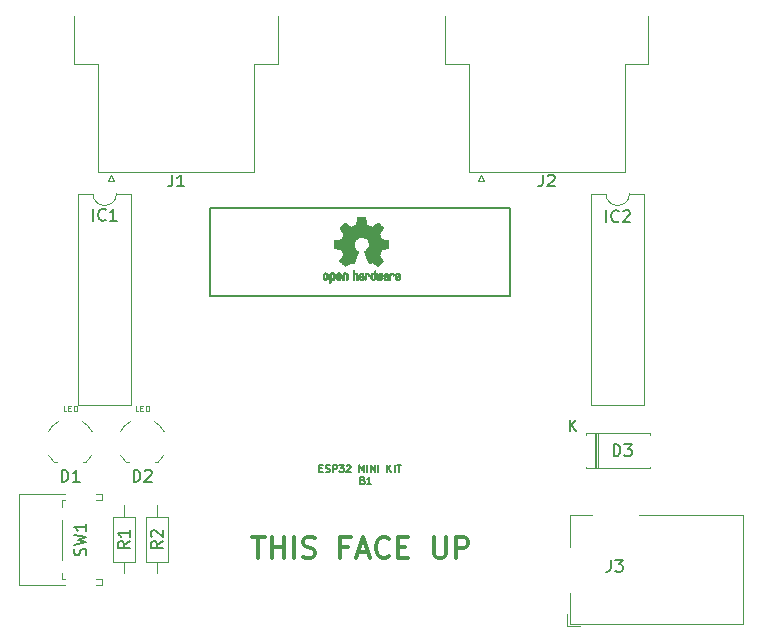
<source format=gto>
G04 #@! TF.GenerationSoftware,KiCad,Pcbnew,(5.1.0-0)*
G04 #@! TF.CreationDate,2019-04-01T06:31:53-07:00*
G04 #@! TF.ProjectId,unijoysticle,756e696a-6f79-4737-9469-636c652e6b69,v0.0.1*
G04 #@! TF.SameCoordinates,Original*
G04 #@! TF.FileFunction,Legend,Top*
G04 #@! TF.FilePolarity,Positive*
%FSLAX46Y46*%
G04 Gerber Fmt 4.6, Leading zero omitted, Abs format (unit mm)*
G04 Created by KiCad (PCBNEW (5.1.0-0)) date 2019-04-01 06:31:53*
%MOMM*%
%LPD*%
G04 APERTURE LIST*
%ADD10C,0.300000*%
%ADD11C,0.010000*%
%ADD12C,0.120000*%
%ADD13C,0.127000*%
%ADD14C,0.100000*%
%ADD15C,0.150000*%
G04 APERTURE END LIST*
D10*
X133406714Y-111155285D02*
X134435285Y-111155285D01*
X133921000Y-112955285D02*
X133921000Y-111155285D01*
X135035285Y-112955285D02*
X135035285Y-111155285D01*
X135035285Y-112012428D02*
X136063857Y-112012428D01*
X136063857Y-112955285D02*
X136063857Y-111155285D01*
X136921000Y-112955285D02*
X136921000Y-111155285D01*
X137692428Y-112869571D02*
X137949571Y-112955285D01*
X138378142Y-112955285D01*
X138549571Y-112869571D01*
X138635285Y-112783857D01*
X138721000Y-112612428D01*
X138721000Y-112441000D01*
X138635285Y-112269571D01*
X138549571Y-112183857D01*
X138378142Y-112098142D01*
X138035285Y-112012428D01*
X137863857Y-111926714D01*
X137778142Y-111841000D01*
X137692428Y-111669571D01*
X137692428Y-111498142D01*
X137778142Y-111326714D01*
X137863857Y-111241000D01*
X138035285Y-111155285D01*
X138463857Y-111155285D01*
X138721000Y-111241000D01*
X141463857Y-112012428D02*
X140863857Y-112012428D01*
X140863857Y-112955285D02*
X140863857Y-111155285D01*
X141721000Y-111155285D01*
X142321000Y-112441000D02*
X143178142Y-112441000D01*
X142149571Y-112955285D02*
X142749571Y-111155285D01*
X143349571Y-112955285D01*
X144978142Y-112783857D02*
X144892428Y-112869571D01*
X144635285Y-112955285D01*
X144463857Y-112955285D01*
X144206714Y-112869571D01*
X144035285Y-112698142D01*
X143949571Y-112526714D01*
X143863857Y-112183857D01*
X143863857Y-111926714D01*
X143949571Y-111583857D01*
X144035285Y-111412428D01*
X144206714Y-111241000D01*
X144463857Y-111155285D01*
X144635285Y-111155285D01*
X144892428Y-111241000D01*
X144978142Y-111326714D01*
X145749571Y-112012428D02*
X146349571Y-112012428D01*
X146606714Y-112955285D02*
X145749571Y-112955285D01*
X145749571Y-111155285D01*
X146606714Y-111155285D01*
X148749571Y-111155285D02*
X148749571Y-112612428D01*
X148835285Y-112783857D01*
X148921000Y-112869571D01*
X149092428Y-112955285D01*
X149435285Y-112955285D01*
X149606714Y-112869571D01*
X149692428Y-112783857D01*
X149778142Y-112612428D01*
X149778142Y-111155285D01*
X150635285Y-112955285D02*
X150635285Y-111155285D01*
X151321000Y-111155285D01*
X151492428Y-111241000D01*
X151578142Y-111326714D01*
X151663857Y-111498142D01*
X151663857Y-111755285D01*
X151578142Y-111926714D01*
X151492428Y-112012428D01*
X151321000Y-112098142D01*
X150635285Y-112098142D01*
D11*
G36*
X142724910Y-84110348D02*
G01*
X142803454Y-84110778D01*
X142860298Y-84111942D01*
X142899105Y-84114207D01*
X142923538Y-84117940D01*
X142937262Y-84123506D01*
X142943940Y-84131273D01*
X142947236Y-84141605D01*
X142947556Y-84142943D01*
X142952562Y-84167079D01*
X142961829Y-84214701D01*
X142974392Y-84280741D01*
X142989287Y-84360128D01*
X143005551Y-84447796D01*
X143006119Y-84450875D01*
X143022410Y-84536789D01*
X143037652Y-84612696D01*
X143050861Y-84674045D01*
X143061054Y-84716282D01*
X143067248Y-84734855D01*
X143067543Y-84735184D01*
X143085788Y-84744253D01*
X143123405Y-84759367D01*
X143172271Y-84777262D01*
X143172543Y-84777358D01*
X143234093Y-84800493D01*
X143306657Y-84829965D01*
X143375057Y-84859597D01*
X143378294Y-84861062D01*
X143489702Y-84911626D01*
X143736399Y-84743160D01*
X143812077Y-84691803D01*
X143880631Y-84645889D01*
X143938088Y-84608030D01*
X143980476Y-84580837D01*
X144003825Y-84566921D01*
X144006042Y-84565889D01*
X144023010Y-84570484D01*
X144054701Y-84592655D01*
X144102352Y-84633447D01*
X144167198Y-84693905D01*
X144233397Y-84758227D01*
X144297214Y-84821612D01*
X144354329Y-84879451D01*
X144401305Y-84928175D01*
X144434703Y-84964210D01*
X144451085Y-84983984D01*
X144451694Y-84985002D01*
X144453505Y-84998572D01*
X144446683Y-85020733D01*
X144429540Y-85054478D01*
X144400393Y-85102800D01*
X144357555Y-85168692D01*
X144300448Y-85253517D01*
X144249766Y-85328177D01*
X144204461Y-85395140D01*
X144167150Y-85450516D01*
X144140452Y-85490420D01*
X144126985Y-85510962D01*
X144126137Y-85512356D01*
X144127781Y-85532038D01*
X144140245Y-85570293D01*
X144161048Y-85619889D01*
X144168462Y-85635728D01*
X144200814Y-85706290D01*
X144235328Y-85786353D01*
X144263365Y-85855629D01*
X144283568Y-85907045D01*
X144299615Y-85946119D01*
X144308888Y-85966541D01*
X144310041Y-85968114D01*
X144327096Y-85970721D01*
X144367298Y-85977863D01*
X144425302Y-85988523D01*
X144495763Y-86001685D01*
X144573335Y-86016333D01*
X144652672Y-86031449D01*
X144728431Y-86046018D01*
X144795264Y-86059022D01*
X144847828Y-86069445D01*
X144880776Y-86076270D01*
X144888857Y-86078199D01*
X144897205Y-86082962D01*
X144903506Y-86093718D01*
X144908045Y-86114098D01*
X144911104Y-86147734D01*
X144912967Y-86198255D01*
X144913918Y-86269292D01*
X144914240Y-86364476D01*
X144914257Y-86403492D01*
X144914257Y-86720799D01*
X144838057Y-86735839D01*
X144795663Y-86743995D01*
X144732400Y-86755899D01*
X144655962Y-86770116D01*
X144574043Y-86785210D01*
X144551400Y-86789355D01*
X144475806Y-86804053D01*
X144409953Y-86818505D01*
X144359366Y-86831375D01*
X144329574Y-86841322D01*
X144324612Y-86844287D01*
X144312426Y-86865283D01*
X144294953Y-86905967D01*
X144275577Y-86958322D01*
X144271734Y-86969600D01*
X144246339Y-87039523D01*
X144214817Y-87118418D01*
X144183969Y-87189266D01*
X144183817Y-87189595D01*
X144132447Y-87300733D01*
X144301399Y-87549253D01*
X144470352Y-87797772D01*
X144253429Y-88015058D01*
X144187819Y-88079726D01*
X144127979Y-88136733D01*
X144077267Y-88183033D01*
X144039046Y-88215584D01*
X144016675Y-88231343D01*
X144013466Y-88232343D01*
X143994626Y-88224469D01*
X143956180Y-88202578D01*
X143902330Y-88169267D01*
X143837276Y-88127131D01*
X143766940Y-88079943D01*
X143695555Y-88031810D01*
X143631908Y-87989928D01*
X143580041Y-87956871D01*
X143543995Y-87935218D01*
X143527867Y-87927543D01*
X143508189Y-87934037D01*
X143470875Y-87951150D01*
X143423621Y-87975326D01*
X143418612Y-87978013D01*
X143354977Y-88009927D01*
X143311341Y-88025579D01*
X143284202Y-88025745D01*
X143270057Y-88011204D01*
X143269975Y-88011000D01*
X143262905Y-87993779D01*
X143246042Y-87952899D01*
X143220695Y-87891525D01*
X143188171Y-87812819D01*
X143149778Y-87719947D01*
X143106822Y-87616072D01*
X143065222Y-87515502D01*
X143019504Y-87404516D01*
X142977526Y-87301703D01*
X142940548Y-87210215D01*
X142909827Y-87133201D01*
X142886622Y-87073815D01*
X142872190Y-87035209D01*
X142867743Y-87020800D01*
X142878896Y-87004272D01*
X142908069Y-86977930D01*
X142946971Y-86948887D01*
X143057757Y-86857039D01*
X143144351Y-86751759D01*
X143205716Y-86635266D01*
X143240815Y-86509776D01*
X143248608Y-86377507D01*
X143242943Y-86316457D01*
X143212078Y-86189795D01*
X143158920Y-86077941D01*
X143086767Y-85982001D01*
X142998917Y-85903076D01*
X142898665Y-85842270D01*
X142789310Y-85800687D01*
X142674147Y-85779428D01*
X142556475Y-85779599D01*
X142439590Y-85802301D01*
X142326789Y-85848638D01*
X142221369Y-85919713D01*
X142177368Y-85959911D01*
X142092979Y-86063129D01*
X142034222Y-86175925D01*
X142000704Y-86295010D01*
X141992035Y-86417095D01*
X142007823Y-86538893D01*
X142047678Y-86657116D01*
X142111207Y-86768475D01*
X142198021Y-86869684D01*
X142295029Y-86948887D01*
X142335437Y-86979162D01*
X142363982Y-87005219D01*
X142374257Y-87020825D01*
X142368877Y-87037843D01*
X142353575Y-87078500D01*
X142329612Y-87139642D01*
X142298244Y-87218119D01*
X142260732Y-87310780D01*
X142218333Y-87414472D01*
X142176663Y-87515526D01*
X142130690Y-87626607D01*
X142088107Y-87729541D01*
X142050221Y-87821165D01*
X142018340Y-87898316D01*
X141993771Y-87957831D01*
X141977820Y-87996544D01*
X141971910Y-88011000D01*
X141957948Y-88025685D01*
X141930940Y-88025642D01*
X141887413Y-88010099D01*
X141823890Y-87978284D01*
X141823388Y-87978013D01*
X141775560Y-87953323D01*
X141736897Y-87935338D01*
X141715095Y-87927614D01*
X141714133Y-87927543D01*
X141697721Y-87935378D01*
X141661487Y-87957165D01*
X141609474Y-87990328D01*
X141545725Y-88032291D01*
X141475060Y-88079943D01*
X141403116Y-88128191D01*
X141338274Y-88170151D01*
X141284735Y-88203227D01*
X141246697Y-88224821D01*
X141228533Y-88232343D01*
X141211808Y-88222457D01*
X141178180Y-88194826D01*
X141131010Y-88152495D01*
X141073658Y-88098505D01*
X141009484Y-88035899D01*
X140988497Y-88014983D01*
X140771499Y-87797623D01*
X140936668Y-87555220D01*
X140986864Y-87480781D01*
X141030919Y-87413972D01*
X141066362Y-87358665D01*
X141090719Y-87318729D01*
X141101522Y-87298036D01*
X141101838Y-87296563D01*
X141096143Y-87277058D01*
X141080826Y-87237822D01*
X141058537Y-87185430D01*
X141042893Y-87150355D01*
X141013641Y-87083201D01*
X140986094Y-87015358D01*
X140964737Y-86958034D01*
X140958935Y-86940572D01*
X140942452Y-86893938D01*
X140926340Y-86857905D01*
X140917490Y-86844287D01*
X140897960Y-86835952D01*
X140855334Y-86824137D01*
X140795145Y-86810181D01*
X140722922Y-86795422D01*
X140690600Y-86789355D01*
X140608522Y-86774273D01*
X140529795Y-86759669D01*
X140462109Y-86746980D01*
X140413160Y-86737642D01*
X140403943Y-86735839D01*
X140327743Y-86720799D01*
X140327743Y-86403492D01*
X140327914Y-86299154D01*
X140328616Y-86220213D01*
X140330134Y-86163038D01*
X140332749Y-86123999D01*
X140336746Y-86099465D01*
X140342409Y-86085805D01*
X140350020Y-86079389D01*
X140353143Y-86078199D01*
X140371978Y-86073980D01*
X140413588Y-86065562D01*
X140472630Y-86053961D01*
X140543757Y-86040195D01*
X140621625Y-86025280D01*
X140700887Y-86010232D01*
X140776198Y-85996069D01*
X140842213Y-85983806D01*
X140893587Y-85974461D01*
X140924975Y-85969050D01*
X140931959Y-85968114D01*
X140938285Y-85955596D01*
X140952290Y-85922246D01*
X140971355Y-85874377D01*
X140978634Y-85855629D01*
X141007996Y-85783195D01*
X141042571Y-85703170D01*
X141073537Y-85635728D01*
X141096323Y-85584159D01*
X141111482Y-85541785D01*
X141116542Y-85515834D01*
X141115736Y-85512356D01*
X141105041Y-85495936D01*
X141080620Y-85459417D01*
X141045095Y-85406687D01*
X141001087Y-85341635D01*
X140951217Y-85268151D01*
X140941356Y-85253645D01*
X140883492Y-85167704D01*
X140840956Y-85102261D01*
X140812054Y-85054304D01*
X140795090Y-85020820D01*
X140788367Y-84998795D01*
X140790190Y-84985217D01*
X140790236Y-84985131D01*
X140804586Y-84967297D01*
X140836323Y-84932817D01*
X140882010Y-84885268D01*
X140938204Y-84828222D01*
X141001468Y-84765255D01*
X141008602Y-84758227D01*
X141088330Y-84681020D01*
X141149857Y-84624330D01*
X141194421Y-84587110D01*
X141223257Y-84568315D01*
X141235958Y-84565889D01*
X141254494Y-84576471D01*
X141292961Y-84600916D01*
X141347386Y-84636612D01*
X141413798Y-84680947D01*
X141488225Y-84731311D01*
X141505601Y-84743160D01*
X141752297Y-84911626D01*
X141863706Y-84861062D01*
X141931457Y-84831595D01*
X142004183Y-84801959D01*
X142066703Y-84778330D01*
X142069457Y-84777358D01*
X142118360Y-84759457D01*
X142156057Y-84744320D01*
X142174425Y-84735210D01*
X142174456Y-84735184D01*
X142180285Y-84718717D01*
X142190192Y-84678219D01*
X142203195Y-84618242D01*
X142218309Y-84543340D01*
X142234552Y-84458064D01*
X142235881Y-84450875D01*
X142252175Y-84363014D01*
X142267133Y-84283260D01*
X142279791Y-84216681D01*
X142289186Y-84168347D01*
X142294354Y-84143325D01*
X142294444Y-84142943D01*
X142297589Y-84132299D01*
X142303704Y-84124262D01*
X142316453Y-84118467D01*
X142339500Y-84114547D01*
X142376509Y-84112135D01*
X142431144Y-84110865D01*
X142507067Y-84110371D01*
X142607944Y-84110286D01*
X142621000Y-84110286D01*
X142724910Y-84110348D01*
X142724910Y-84110348D01*
G37*
X142724910Y-84110348D02*
X142803454Y-84110778D01*
X142860298Y-84111942D01*
X142899105Y-84114207D01*
X142923538Y-84117940D01*
X142937262Y-84123506D01*
X142943940Y-84131273D01*
X142947236Y-84141605D01*
X142947556Y-84142943D01*
X142952562Y-84167079D01*
X142961829Y-84214701D01*
X142974392Y-84280741D01*
X142989287Y-84360128D01*
X143005551Y-84447796D01*
X143006119Y-84450875D01*
X143022410Y-84536789D01*
X143037652Y-84612696D01*
X143050861Y-84674045D01*
X143061054Y-84716282D01*
X143067248Y-84734855D01*
X143067543Y-84735184D01*
X143085788Y-84744253D01*
X143123405Y-84759367D01*
X143172271Y-84777262D01*
X143172543Y-84777358D01*
X143234093Y-84800493D01*
X143306657Y-84829965D01*
X143375057Y-84859597D01*
X143378294Y-84861062D01*
X143489702Y-84911626D01*
X143736399Y-84743160D01*
X143812077Y-84691803D01*
X143880631Y-84645889D01*
X143938088Y-84608030D01*
X143980476Y-84580837D01*
X144003825Y-84566921D01*
X144006042Y-84565889D01*
X144023010Y-84570484D01*
X144054701Y-84592655D01*
X144102352Y-84633447D01*
X144167198Y-84693905D01*
X144233397Y-84758227D01*
X144297214Y-84821612D01*
X144354329Y-84879451D01*
X144401305Y-84928175D01*
X144434703Y-84964210D01*
X144451085Y-84983984D01*
X144451694Y-84985002D01*
X144453505Y-84998572D01*
X144446683Y-85020733D01*
X144429540Y-85054478D01*
X144400393Y-85102800D01*
X144357555Y-85168692D01*
X144300448Y-85253517D01*
X144249766Y-85328177D01*
X144204461Y-85395140D01*
X144167150Y-85450516D01*
X144140452Y-85490420D01*
X144126985Y-85510962D01*
X144126137Y-85512356D01*
X144127781Y-85532038D01*
X144140245Y-85570293D01*
X144161048Y-85619889D01*
X144168462Y-85635728D01*
X144200814Y-85706290D01*
X144235328Y-85786353D01*
X144263365Y-85855629D01*
X144283568Y-85907045D01*
X144299615Y-85946119D01*
X144308888Y-85966541D01*
X144310041Y-85968114D01*
X144327096Y-85970721D01*
X144367298Y-85977863D01*
X144425302Y-85988523D01*
X144495763Y-86001685D01*
X144573335Y-86016333D01*
X144652672Y-86031449D01*
X144728431Y-86046018D01*
X144795264Y-86059022D01*
X144847828Y-86069445D01*
X144880776Y-86076270D01*
X144888857Y-86078199D01*
X144897205Y-86082962D01*
X144903506Y-86093718D01*
X144908045Y-86114098D01*
X144911104Y-86147734D01*
X144912967Y-86198255D01*
X144913918Y-86269292D01*
X144914240Y-86364476D01*
X144914257Y-86403492D01*
X144914257Y-86720799D01*
X144838057Y-86735839D01*
X144795663Y-86743995D01*
X144732400Y-86755899D01*
X144655962Y-86770116D01*
X144574043Y-86785210D01*
X144551400Y-86789355D01*
X144475806Y-86804053D01*
X144409953Y-86818505D01*
X144359366Y-86831375D01*
X144329574Y-86841322D01*
X144324612Y-86844287D01*
X144312426Y-86865283D01*
X144294953Y-86905967D01*
X144275577Y-86958322D01*
X144271734Y-86969600D01*
X144246339Y-87039523D01*
X144214817Y-87118418D01*
X144183969Y-87189266D01*
X144183817Y-87189595D01*
X144132447Y-87300733D01*
X144301399Y-87549253D01*
X144470352Y-87797772D01*
X144253429Y-88015058D01*
X144187819Y-88079726D01*
X144127979Y-88136733D01*
X144077267Y-88183033D01*
X144039046Y-88215584D01*
X144016675Y-88231343D01*
X144013466Y-88232343D01*
X143994626Y-88224469D01*
X143956180Y-88202578D01*
X143902330Y-88169267D01*
X143837276Y-88127131D01*
X143766940Y-88079943D01*
X143695555Y-88031810D01*
X143631908Y-87989928D01*
X143580041Y-87956871D01*
X143543995Y-87935218D01*
X143527867Y-87927543D01*
X143508189Y-87934037D01*
X143470875Y-87951150D01*
X143423621Y-87975326D01*
X143418612Y-87978013D01*
X143354977Y-88009927D01*
X143311341Y-88025579D01*
X143284202Y-88025745D01*
X143270057Y-88011204D01*
X143269975Y-88011000D01*
X143262905Y-87993779D01*
X143246042Y-87952899D01*
X143220695Y-87891525D01*
X143188171Y-87812819D01*
X143149778Y-87719947D01*
X143106822Y-87616072D01*
X143065222Y-87515502D01*
X143019504Y-87404516D01*
X142977526Y-87301703D01*
X142940548Y-87210215D01*
X142909827Y-87133201D01*
X142886622Y-87073815D01*
X142872190Y-87035209D01*
X142867743Y-87020800D01*
X142878896Y-87004272D01*
X142908069Y-86977930D01*
X142946971Y-86948887D01*
X143057757Y-86857039D01*
X143144351Y-86751759D01*
X143205716Y-86635266D01*
X143240815Y-86509776D01*
X143248608Y-86377507D01*
X143242943Y-86316457D01*
X143212078Y-86189795D01*
X143158920Y-86077941D01*
X143086767Y-85982001D01*
X142998917Y-85903076D01*
X142898665Y-85842270D01*
X142789310Y-85800687D01*
X142674147Y-85779428D01*
X142556475Y-85779599D01*
X142439590Y-85802301D01*
X142326789Y-85848638D01*
X142221369Y-85919713D01*
X142177368Y-85959911D01*
X142092979Y-86063129D01*
X142034222Y-86175925D01*
X142000704Y-86295010D01*
X141992035Y-86417095D01*
X142007823Y-86538893D01*
X142047678Y-86657116D01*
X142111207Y-86768475D01*
X142198021Y-86869684D01*
X142295029Y-86948887D01*
X142335437Y-86979162D01*
X142363982Y-87005219D01*
X142374257Y-87020825D01*
X142368877Y-87037843D01*
X142353575Y-87078500D01*
X142329612Y-87139642D01*
X142298244Y-87218119D01*
X142260732Y-87310780D01*
X142218333Y-87414472D01*
X142176663Y-87515526D01*
X142130690Y-87626607D01*
X142088107Y-87729541D01*
X142050221Y-87821165D01*
X142018340Y-87898316D01*
X141993771Y-87957831D01*
X141977820Y-87996544D01*
X141971910Y-88011000D01*
X141957948Y-88025685D01*
X141930940Y-88025642D01*
X141887413Y-88010099D01*
X141823890Y-87978284D01*
X141823388Y-87978013D01*
X141775560Y-87953323D01*
X141736897Y-87935338D01*
X141715095Y-87927614D01*
X141714133Y-87927543D01*
X141697721Y-87935378D01*
X141661487Y-87957165D01*
X141609474Y-87990328D01*
X141545725Y-88032291D01*
X141475060Y-88079943D01*
X141403116Y-88128191D01*
X141338274Y-88170151D01*
X141284735Y-88203227D01*
X141246697Y-88224821D01*
X141228533Y-88232343D01*
X141211808Y-88222457D01*
X141178180Y-88194826D01*
X141131010Y-88152495D01*
X141073658Y-88098505D01*
X141009484Y-88035899D01*
X140988497Y-88014983D01*
X140771499Y-87797623D01*
X140936668Y-87555220D01*
X140986864Y-87480781D01*
X141030919Y-87413972D01*
X141066362Y-87358665D01*
X141090719Y-87318729D01*
X141101522Y-87298036D01*
X141101838Y-87296563D01*
X141096143Y-87277058D01*
X141080826Y-87237822D01*
X141058537Y-87185430D01*
X141042893Y-87150355D01*
X141013641Y-87083201D01*
X140986094Y-87015358D01*
X140964737Y-86958034D01*
X140958935Y-86940572D01*
X140942452Y-86893938D01*
X140926340Y-86857905D01*
X140917490Y-86844287D01*
X140897960Y-86835952D01*
X140855334Y-86824137D01*
X140795145Y-86810181D01*
X140722922Y-86795422D01*
X140690600Y-86789355D01*
X140608522Y-86774273D01*
X140529795Y-86759669D01*
X140462109Y-86746980D01*
X140413160Y-86737642D01*
X140403943Y-86735839D01*
X140327743Y-86720799D01*
X140327743Y-86403492D01*
X140327914Y-86299154D01*
X140328616Y-86220213D01*
X140330134Y-86163038D01*
X140332749Y-86123999D01*
X140336746Y-86099465D01*
X140342409Y-86085805D01*
X140350020Y-86079389D01*
X140353143Y-86078199D01*
X140371978Y-86073980D01*
X140413588Y-86065562D01*
X140472630Y-86053961D01*
X140543757Y-86040195D01*
X140621625Y-86025280D01*
X140700887Y-86010232D01*
X140776198Y-85996069D01*
X140842213Y-85983806D01*
X140893587Y-85974461D01*
X140924975Y-85969050D01*
X140931959Y-85968114D01*
X140938285Y-85955596D01*
X140952290Y-85922246D01*
X140971355Y-85874377D01*
X140978634Y-85855629D01*
X141007996Y-85783195D01*
X141042571Y-85703170D01*
X141073537Y-85635728D01*
X141096323Y-85584159D01*
X141111482Y-85541785D01*
X141116542Y-85515834D01*
X141115736Y-85512356D01*
X141105041Y-85495936D01*
X141080620Y-85459417D01*
X141045095Y-85406687D01*
X141001087Y-85341635D01*
X140951217Y-85268151D01*
X140941356Y-85253645D01*
X140883492Y-85167704D01*
X140840956Y-85102261D01*
X140812054Y-85054304D01*
X140795090Y-85020820D01*
X140788367Y-84998795D01*
X140790190Y-84985217D01*
X140790236Y-84985131D01*
X140804586Y-84967297D01*
X140836323Y-84932817D01*
X140882010Y-84885268D01*
X140938204Y-84828222D01*
X141001468Y-84765255D01*
X141008602Y-84758227D01*
X141088330Y-84681020D01*
X141149857Y-84624330D01*
X141194421Y-84587110D01*
X141223257Y-84568315D01*
X141235958Y-84565889D01*
X141254494Y-84576471D01*
X141292961Y-84600916D01*
X141347386Y-84636612D01*
X141413798Y-84680947D01*
X141488225Y-84731311D01*
X141505601Y-84743160D01*
X141752297Y-84911626D01*
X141863706Y-84861062D01*
X141931457Y-84831595D01*
X142004183Y-84801959D01*
X142066703Y-84778330D01*
X142069457Y-84777358D01*
X142118360Y-84759457D01*
X142156057Y-84744320D01*
X142174425Y-84735210D01*
X142174456Y-84735184D01*
X142180285Y-84718717D01*
X142190192Y-84678219D01*
X142203195Y-84618242D01*
X142218309Y-84543340D01*
X142234552Y-84458064D01*
X142235881Y-84450875D01*
X142252175Y-84363014D01*
X142267133Y-84283260D01*
X142279791Y-84216681D01*
X142289186Y-84168347D01*
X142294354Y-84143325D01*
X142294444Y-84142943D01*
X142297589Y-84132299D01*
X142303704Y-84124262D01*
X142316453Y-84118467D01*
X142339500Y-84114547D01*
X142376509Y-84112135D01*
X142431144Y-84110865D01*
X142507067Y-84110371D01*
X142607944Y-84110286D01*
X142621000Y-84110286D01*
X142724910Y-84110348D01*
G36*
X145774595Y-88834966D02*
G01*
X145832021Y-88872497D01*
X145859719Y-88906096D01*
X145881662Y-88967064D01*
X145883405Y-89015308D01*
X145879457Y-89079816D01*
X145730686Y-89144934D01*
X145658349Y-89178202D01*
X145611084Y-89204964D01*
X145586507Y-89228144D01*
X145582237Y-89250667D01*
X145595889Y-89275455D01*
X145610943Y-89291886D01*
X145654746Y-89318235D01*
X145702389Y-89320081D01*
X145746145Y-89299546D01*
X145778289Y-89258752D01*
X145784038Y-89244347D01*
X145811576Y-89199356D01*
X145843258Y-89180182D01*
X145886714Y-89163779D01*
X145886714Y-89225966D01*
X145882872Y-89268283D01*
X145867823Y-89303969D01*
X145836280Y-89344943D01*
X145831592Y-89350267D01*
X145796506Y-89386720D01*
X145766347Y-89406283D01*
X145728615Y-89415283D01*
X145697335Y-89418230D01*
X145641385Y-89418965D01*
X145601555Y-89409660D01*
X145576708Y-89395846D01*
X145537656Y-89365467D01*
X145510625Y-89332613D01*
X145493517Y-89291294D01*
X145484238Y-89235521D01*
X145480693Y-89159305D01*
X145480410Y-89120622D01*
X145481372Y-89074247D01*
X145569007Y-89074247D01*
X145570023Y-89099126D01*
X145572556Y-89103200D01*
X145589274Y-89097665D01*
X145625249Y-89083017D01*
X145673331Y-89062190D01*
X145683386Y-89057714D01*
X145744152Y-89026814D01*
X145777632Y-88999657D01*
X145784990Y-88974220D01*
X145767391Y-88948481D01*
X145752856Y-88937109D01*
X145700410Y-88914364D01*
X145651322Y-88918122D01*
X145610227Y-88945884D01*
X145581758Y-88995152D01*
X145572631Y-89034257D01*
X145569007Y-89074247D01*
X145481372Y-89074247D01*
X145482285Y-89030249D01*
X145489196Y-88963384D01*
X145502884Y-88914695D01*
X145525096Y-88878849D01*
X145557574Y-88850513D01*
X145571733Y-88841355D01*
X145636053Y-88817507D01*
X145706473Y-88816006D01*
X145774595Y-88834966D01*
X145774595Y-88834966D01*
G37*
X145774595Y-88834966D02*
X145832021Y-88872497D01*
X145859719Y-88906096D01*
X145881662Y-88967064D01*
X145883405Y-89015308D01*
X145879457Y-89079816D01*
X145730686Y-89144934D01*
X145658349Y-89178202D01*
X145611084Y-89204964D01*
X145586507Y-89228144D01*
X145582237Y-89250667D01*
X145595889Y-89275455D01*
X145610943Y-89291886D01*
X145654746Y-89318235D01*
X145702389Y-89320081D01*
X145746145Y-89299546D01*
X145778289Y-89258752D01*
X145784038Y-89244347D01*
X145811576Y-89199356D01*
X145843258Y-89180182D01*
X145886714Y-89163779D01*
X145886714Y-89225966D01*
X145882872Y-89268283D01*
X145867823Y-89303969D01*
X145836280Y-89344943D01*
X145831592Y-89350267D01*
X145796506Y-89386720D01*
X145766347Y-89406283D01*
X145728615Y-89415283D01*
X145697335Y-89418230D01*
X145641385Y-89418965D01*
X145601555Y-89409660D01*
X145576708Y-89395846D01*
X145537656Y-89365467D01*
X145510625Y-89332613D01*
X145493517Y-89291294D01*
X145484238Y-89235521D01*
X145480693Y-89159305D01*
X145480410Y-89120622D01*
X145481372Y-89074247D01*
X145569007Y-89074247D01*
X145570023Y-89099126D01*
X145572556Y-89103200D01*
X145589274Y-89097665D01*
X145625249Y-89083017D01*
X145673331Y-89062190D01*
X145683386Y-89057714D01*
X145744152Y-89026814D01*
X145777632Y-88999657D01*
X145784990Y-88974220D01*
X145767391Y-88948481D01*
X145752856Y-88937109D01*
X145700410Y-88914364D01*
X145651322Y-88918122D01*
X145610227Y-88945884D01*
X145581758Y-88995152D01*
X145572631Y-89034257D01*
X145569007Y-89074247D01*
X145481372Y-89074247D01*
X145482285Y-89030249D01*
X145489196Y-88963384D01*
X145502884Y-88914695D01*
X145525096Y-88878849D01*
X145557574Y-88850513D01*
X145571733Y-88841355D01*
X145636053Y-88817507D01*
X145706473Y-88816006D01*
X145774595Y-88834966D01*
G36*
X145273600Y-88826752D02*
G01*
X145290948Y-88834334D01*
X145332356Y-88867128D01*
X145367765Y-88914547D01*
X145389664Y-88965151D01*
X145393229Y-88990098D01*
X145381279Y-89024927D01*
X145355067Y-89043357D01*
X145326964Y-89054516D01*
X145314095Y-89056572D01*
X145307829Y-89041649D01*
X145295456Y-89009175D01*
X145290028Y-88994502D01*
X145259590Y-88943744D01*
X145215520Y-88918427D01*
X145159010Y-88919206D01*
X145154825Y-88920203D01*
X145124655Y-88934507D01*
X145102476Y-88962393D01*
X145087327Y-89007287D01*
X145078250Y-89072615D01*
X145074286Y-89161804D01*
X145073914Y-89209261D01*
X145073730Y-89284071D01*
X145072522Y-89335069D01*
X145069309Y-89367471D01*
X145063109Y-89386495D01*
X145052940Y-89397356D01*
X145037819Y-89405272D01*
X145036946Y-89405670D01*
X145007828Y-89417981D01*
X144993403Y-89422514D01*
X144991186Y-89408809D01*
X144989289Y-89370925D01*
X144987847Y-89313715D01*
X144986998Y-89242027D01*
X144986829Y-89189565D01*
X144987692Y-89088047D01*
X144991070Y-89011032D01*
X144998142Y-88954023D01*
X145010088Y-88912526D01*
X145028090Y-88882043D01*
X145053327Y-88858080D01*
X145078247Y-88841355D01*
X145138171Y-88819097D01*
X145207911Y-88814076D01*
X145273600Y-88826752D01*
X145273600Y-88826752D01*
G37*
X145273600Y-88826752D02*
X145290948Y-88834334D01*
X145332356Y-88867128D01*
X145367765Y-88914547D01*
X145389664Y-88965151D01*
X145393229Y-88990098D01*
X145381279Y-89024927D01*
X145355067Y-89043357D01*
X145326964Y-89054516D01*
X145314095Y-89056572D01*
X145307829Y-89041649D01*
X145295456Y-89009175D01*
X145290028Y-88994502D01*
X145259590Y-88943744D01*
X145215520Y-88918427D01*
X145159010Y-88919206D01*
X145154825Y-88920203D01*
X145124655Y-88934507D01*
X145102476Y-88962393D01*
X145087327Y-89007287D01*
X145078250Y-89072615D01*
X145074286Y-89161804D01*
X145073914Y-89209261D01*
X145073730Y-89284071D01*
X145072522Y-89335069D01*
X145069309Y-89367471D01*
X145063109Y-89386495D01*
X145052940Y-89397356D01*
X145037819Y-89405272D01*
X145036946Y-89405670D01*
X145007828Y-89417981D01*
X144993403Y-89422514D01*
X144991186Y-89408809D01*
X144989289Y-89370925D01*
X144987847Y-89313715D01*
X144986998Y-89242027D01*
X144986829Y-89189565D01*
X144987692Y-89088047D01*
X144991070Y-89011032D01*
X144998142Y-88954023D01*
X145010088Y-88912526D01*
X145028090Y-88882043D01*
X145053327Y-88858080D01*
X145078247Y-88841355D01*
X145138171Y-88819097D01*
X145207911Y-88814076D01*
X145273600Y-88826752D01*
G36*
X144765876Y-88824335D02*
G01*
X144807667Y-88843344D01*
X144840469Y-88866378D01*
X144864503Y-88892133D01*
X144881097Y-88925358D01*
X144891577Y-88970800D01*
X144897271Y-89033207D01*
X144899507Y-89117327D01*
X144899743Y-89172721D01*
X144899743Y-89388826D01*
X144862774Y-89405670D01*
X144833656Y-89417981D01*
X144819231Y-89422514D01*
X144816472Y-89409025D01*
X144814282Y-89372653D01*
X144812942Y-89319542D01*
X144812657Y-89277372D01*
X144811434Y-89216447D01*
X144808136Y-89168115D01*
X144803321Y-89138518D01*
X144799496Y-89132229D01*
X144773783Y-89138652D01*
X144733418Y-89155125D01*
X144686679Y-89177458D01*
X144641845Y-89201457D01*
X144607193Y-89222930D01*
X144591002Y-89237685D01*
X144590938Y-89237845D01*
X144592330Y-89265152D01*
X144604818Y-89291219D01*
X144626743Y-89312392D01*
X144658743Y-89319474D01*
X144686092Y-89318649D01*
X144724826Y-89318042D01*
X144745158Y-89327116D01*
X144757369Y-89351092D01*
X144758909Y-89355613D01*
X144764203Y-89389806D01*
X144750047Y-89410568D01*
X144713148Y-89420462D01*
X144673289Y-89422292D01*
X144601562Y-89408727D01*
X144564432Y-89389355D01*
X144518576Y-89343845D01*
X144494256Y-89287983D01*
X144492073Y-89228957D01*
X144512629Y-89173953D01*
X144543549Y-89139486D01*
X144574420Y-89120189D01*
X144622942Y-89095759D01*
X144679485Y-89070985D01*
X144688910Y-89067199D01*
X144751019Y-89039791D01*
X144786822Y-89015634D01*
X144798337Y-88991619D01*
X144787580Y-88964635D01*
X144769114Y-88943543D01*
X144725469Y-88917572D01*
X144677446Y-88915624D01*
X144633406Y-88935637D01*
X144601709Y-88975551D01*
X144597549Y-88985848D01*
X144573327Y-89023724D01*
X144537965Y-89051842D01*
X144493343Y-89074917D01*
X144493343Y-89009485D01*
X144495969Y-88969506D01*
X144507230Y-88937997D01*
X144532199Y-88904378D01*
X144556169Y-88878484D01*
X144593441Y-88841817D01*
X144622401Y-88822121D01*
X144653505Y-88814220D01*
X144688713Y-88812914D01*
X144765876Y-88824335D01*
X144765876Y-88824335D01*
G37*
X144765876Y-88824335D02*
X144807667Y-88843344D01*
X144840469Y-88866378D01*
X144864503Y-88892133D01*
X144881097Y-88925358D01*
X144891577Y-88970800D01*
X144897271Y-89033207D01*
X144899507Y-89117327D01*
X144899743Y-89172721D01*
X144899743Y-89388826D01*
X144862774Y-89405670D01*
X144833656Y-89417981D01*
X144819231Y-89422514D01*
X144816472Y-89409025D01*
X144814282Y-89372653D01*
X144812942Y-89319542D01*
X144812657Y-89277372D01*
X144811434Y-89216447D01*
X144808136Y-89168115D01*
X144803321Y-89138518D01*
X144799496Y-89132229D01*
X144773783Y-89138652D01*
X144733418Y-89155125D01*
X144686679Y-89177458D01*
X144641845Y-89201457D01*
X144607193Y-89222930D01*
X144591002Y-89237685D01*
X144590938Y-89237845D01*
X144592330Y-89265152D01*
X144604818Y-89291219D01*
X144626743Y-89312392D01*
X144658743Y-89319474D01*
X144686092Y-89318649D01*
X144724826Y-89318042D01*
X144745158Y-89327116D01*
X144757369Y-89351092D01*
X144758909Y-89355613D01*
X144764203Y-89389806D01*
X144750047Y-89410568D01*
X144713148Y-89420462D01*
X144673289Y-89422292D01*
X144601562Y-89408727D01*
X144564432Y-89389355D01*
X144518576Y-89343845D01*
X144494256Y-89287983D01*
X144492073Y-89228957D01*
X144512629Y-89173953D01*
X144543549Y-89139486D01*
X144574420Y-89120189D01*
X144622942Y-89095759D01*
X144679485Y-89070985D01*
X144688910Y-89067199D01*
X144751019Y-89039791D01*
X144786822Y-89015634D01*
X144798337Y-88991619D01*
X144787580Y-88964635D01*
X144769114Y-88943543D01*
X144725469Y-88917572D01*
X144677446Y-88915624D01*
X144633406Y-88935637D01*
X144601709Y-88975551D01*
X144597549Y-88985848D01*
X144573327Y-89023724D01*
X144537965Y-89051842D01*
X144493343Y-89074917D01*
X144493343Y-89009485D01*
X144495969Y-88969506D01*
X144507230Y-88937997D01*
X144532199Y-88904378D01*
X144556169Y-88878484D01*
X144593441Y-88841817D01*
X144622401Y-88822121D01*
X144653505Y-88814220D01*
X144688713Y-88812914D01*
X144765876Y-88824335D01*
G36*
X144400833Y-88826663D02*
G01*
X144403048Y-88864850D01*
X144404784Y-88922886D01*
X144405899Y-88996180D01*
X144406257Y-89073055D01*
X144406257Y-89333196D01*
X144360326Y-89379127D01*
X144328675Y-89407429D01*
X144300890Y-89418893D01*
X144262915Y-89418168D01*
X144247840Y-89416321D01*
X144200726Y-89410948D01*
X144161756Y-89407869D01*
X144152257Y-89407585D01*
X144120233Y-89409445D01*
X144074432Y-89414114D01*
X144056674Y-89416321D01*
X144013057Y-89419735D01*
X143983745Y-89412320D01*
X143954680Y-89389427D01*
X143944188Y-89379127D01*
X143898257Y-89333196D01*
X143898257Y-88846602D01*
X143935226Y-88829758D01*
X143967059Y-88817282D01*
X143985683Y-88812914D01*
X143990458Y-88826718D01*
X143994921Y-88865286D01*
X143998775Y-88924356D01*
X144001722Y-88999663D01*
X144003143Y-89063286D01*
X144007114Y-89313657D01*
X144041759Y-89318556D01*
X144073268Y-89315131D01*
X144088708Y-89304041D01*
X144093023Y-89283308D01*
X144096708Y-89239145D01*
X144099469Y-89177146D01*
X144101012Y-89102909D01*
X144101235Y-89064706D01*
X144101457Y-88844783D01*
X144147166Y-88828849D01*
X144179518Y-88818015D01*
X144197115Y-88812962D01*
X144197623Y-88812914D01*
X144199388Y-88826648D01*
X144201329Y-88864730D01*
X144203282Y-88922482D01*
X144205084Y-88995227D01*
X144206343Y-89063286D01*
X144210314Y-89313657D01*
X144297400Y-89313657D01*
X144301396Y-89085240D01*
X144305392Y-88856822D01*
X144347847Y-88834868D01*
X144379192Y-88819793D01*
X144397744Y-88812951D01*
X144398279Y-88812914D01*
X144400833Y-88826663D01*
X144400833Y-88826663D01*
G37*
X144400833Y-88826663D02*
X144403048Y-88864850D01*
X144404784Y-88922886D01*
X144405899Y-88996180D01*
X144406257Y-89073055D01*
X144406257Y-89333196D01*
X144360326Y-89379127D01*
X144328675Y-89407429D01*
X144300890Y-89418893D01*
X144262915Y-89418168D01*
X144247840Y-89416321D01*
X144200726Y-89410948D01*
X144161756Y-89407869D01*
X144152257Y-89407585D01*
X144120233Y-89409445D01*
X144074432Y-89414114D01*
X144056674Y-89416321D01*
X144013057Y-89419735D01*
X143983745Y-89412320D01*
X143954680Y-89389427D01*
X143944188Y-89379127D01*
X143898257Y-89333196D01*
X143898257Y-88846602D01*
X143935226Y-88829758D01*
X143967059Y-88817282D01*
X143985683Y-88812914D01*
X143990458Y-88826718D01*
X143994921Y-88865286D01*
X143998775Y-88924356D01*
X144001722Y-88999663D01*
X144003143Y-89063286D01*
X144007114Y-89313657D01*
X144041759Y-89318556D01*
X144073268Y-89315131D01*
X144088708Y-89304041D01*
X144093023Y-89283308D01*
X144096708Y-89239145D01*
X144099469Y-89177146D01*
X144101012Y-89102909D01*
X144101235Y-89064706D01*
X144101457Y-88844783D01*
X144147166Y-88828849D01*
X144179518Y-88818015D01*
X144197115Y-88812962D01*
X144197623Y-88812914D01*
X144199388Y-88826648D01*
X144201329Y-88864730D01*
X144203282Y-88922482D01*
X144205084Y-88995227D01*
X144206343Y-89063286D01*
X144210314Y-89313657D01*
X144297400Y-89313657D01*
X144301396Y-89085240D01*
X144305392Y-88856822D01*
X144347847Y-88834868D01*
X144379192Y-88819793D01*
X144397744Y-88812951D01*
X144398279Y-88812914D01*
X144400833Y-88826663D01*
G36*
X143811117Y-88933358D02*
G01*
X143810933Y-89041837D01*
X143810219Y-89125287D01*
X143808675Y-89187704D01*
X143806001Y-89233085D01*
X143801894Y-89265429D01*
X143796055Y-89288733D01*
X143788182Y-89306995D01*
X143782221Y-89317418D01*
X143732855Y-89373945D01*
X143670264Y-89409377D01*
X143601013Y-89422090D01*
X143531668Y-89410463D01*
X143490375Y-89389568D01*
X143447025Y-89353422D01*
X143417481Y-89309276D01*
X143399655Y-89251462D01*
X143391463Y-89174313D01*
X143390302Y-89117714D01*
X143390458Y-89113647D01*
X143491857Y-89113647D01*
X143492476Y-89178550D01*
X143495314Y-89221514D01*
X143501840Y-89249622D01*
X143513523Y-89269953D01*
X143527483Y-89285288D01*
X143574365Y-89314890D01*
X143624701Y-89317419D01*
X143672276Y-89292705D01*
X143675979Y-89289356D01*
X143691783Y-89271935D01*
X143701693Y-89251209D01*
X143707058Y-89220362D01*
X143709228Y-89172577D01*
X143709571Y-89119748D01*
X143708827Y-89053381D01*
X143705748Y-89009106D01*
X143699061Y-88980009D01*
X143687496Y-88959173D01*
X143678013Y-88948107D01*
X143633960Y-88920198D01*
X143583224Y-88916843D01*
X143534796Y-88938159D01*
X143525450Y-88946073D01*
X143509540Y-88963647D01*
X143499610Y-88984587D01*
X143494278Y-89015782D01*
X143492163Y-89064122D01*
X143491857Y-89113647D01*
X143390458Y-89113647D01*
X143393810Y-89026568D01*
X143405726Y-88958086D01*
X143428135Y-88906600D01*
X143463124Y-88866443D01*
X143490375Y-88845861D01*
X143539907Y-88823625D01*
X143597316Y-88813304D01*
X143650682Y-88816067D01*
X143680543Y-88827212D01*
X143692261Y-88830383D01*
X143700037Y-88818557D01*
X143705465Y-88786866D01*
X143709571Y-88738593D01*
X143714067Y-88684829D01*
X143720313Y-88652482D01*
X143731676Y-88633985D01*
X143751528Y-88621770D01*
X143764000Y-88616362D01*
X143811171Y-88596601D01*
X143811117Y-88933358D01*
X143811117Y-88933358D01*
G37*
X143811117Y-88933358D02*
X143810933Y-89041837D01*
X143810219Y-89125287D01*
X143808675Y-89187704D01*
X143806001Y-89233085D01*
X143801894Y-89265429D01*
X143796055Y-89288733D01*
X143788182Y-89306995D01*
X143782221Y-89317418D01*
X143732855Y-89373945D01*
X143670264Y-89409377D01*
X143601013Y-89422090D01*
X143531668Y-89410463D01*
X143490375Y-89389568D01*
X143447025Y-89353422D01*
X143417481Y-89309276D01*
X143399655Y-89251462D01*
X143391463Y-89174313D01*
X143390302Y-89117714D01*
X143390458Y-89113647D01*
X143491857Y-89113647D01*
X143492476Y-89178550D01*
X143495314Y-89221514D01*
X143501840Y-89249622D01*
X143513523Y-89269953D01*
X143527483Y-89285288D01*
X143574365Y-89314890D01*
X143624701Y-89317419D01*
X143672276Y-89292705D01*
X143675979Y-89289356D01*
X143691783Y-89271935D01*
X143701693Y-89251209D01*
X143707058Y-89220362D01*
X143709228Y-89172577D01*
X143709571Y-89119748D01*
X143708827Y-89053381D01*
X143705748Y-89009106D01*
X143699061Y-88980009D01*
X143687496Y-88959173D01*
X143678013Y-88948107D01*
X143633960Y-88920198D01*
X143583224Y-88916843D01*
X143534796Y-88938159D01*
X143525450Y-88946073D01*
X143509540Y-88963647D01*
X143499610Y-88984587D01*
X143494278Y-89015782D01*
X143492163Y-89064122D01*
X143491857Y-89113647D01*
X143390458Y-89113647D01*
X143393810Y-89026568D01*
X143405726Y-88958086D01*
X143428135Y-88906600D01*
X143463124Y-88866443D01*
X143490375Y-88845861D01*
X143539907Y-88823625D01*
X143597316Y-88813304D01*
X143650682Y-88816067D01*
X143680543Y-88827212D01*
X143692261Y-88830383D01*
X143700037Y-88818557D01*
X143705465Y-88786866D01*
X143709571Y-88738593D01*
X143714067Y-88684829D01*
X143720313Y-88652482D01*
X143731676Y-88633985D01*
X143751528Y-88621770D01*
X143764000Y-88616362D01*
X143811171Y-88596601D01*
X143811117Y-88933358D01*
G36*
X143150926Y-88817755D02*
G01*
X143216858Y-88842084D01*
X143270273Y-88885117D01*
X143291164Y-88915409D01*
X143313939Y-88970994D01*
X143313466Y-89011186D01*
X143289562Y-89038217D01*
X143280717Y-89042813D01*
X143242530Y-89057144D01*
X143223028Y-89053472D01*
X143216422Y-89029407D01*
X143216086Y-89016114D01*
X143203992Y-88967210D01*
X143172471Y-88932999D01*
X143128659Y-88916476D01*
X143079695Y-88920634D01*
X143039894Y-88942227D01*
X143026450Y-88954544D01*
X143016921Y-88969487D01*
X143010485Y-88992075D01*
X143006317Y-89027328D01*
X143003597Y-89080266D01*
X143001502Y-89155907D01*
X143000960Y-89179857D01*
X142998981Y-89261790D01*
X142996731Y-89319455D01*
X142993357Y-89357608D01*
X142988006Y-89381004D01*
X142979824Y-89394398D01*
X142967959Y-89402545D01*
X142960362Y-89406144D01*
X142928102Y-89418452D01*
X142909111Y-89422514D01*
X142902836Y-89408948D01*
X142899006Y-89367934D01*
X142897600Y-89298999D01*
X142898598Y-89201669D01*
X142898908Y-89186657D01*
X142901101Y-89097859D01*
X142903693Y-89033019D01*
X142907382Y-88987067D01*
X142912864Y-88954935D01*
X142920835Y-88931553D01*
X142931993Y-88911852D01*
X142937830Y-88903410D01*
X142971296Y-88866057D01*
X143008727Y-88837003D01*
X143013309Y-88834467D01*
X143080426Y-88814443D01*
X143150926Y-88817755D01*
X143150926Y-88817755D01*
G37*
X143150926Y-88817755D02*
X143216858Y-88842084D01*
X143270273Y-88885117D01*
X143291164Y-88915409D01*
X143313939Y-88970994D01*
X143313466Y-89011186D01*
X143289562Y-89038217D01*
X143280717Y-89042813D01*
X143242530Y-89057144D01*
X143223028Y-89053472D01*
X143216422Y-89029407D01*
X143216086Y-89016114D01*
X143203992Y-88967210D01*
X143172471Y-88932999D01*
X143128659Y-88916476D01*
X143079695Y-88920634D01*
X143039894Y-88942227D01*
X143026450Y-88954544D01*
X143016921Y-88969487D01*
X143010485Y-88992075D01*
X143006317Y-89027328D01*
X143003597Y-89080266D01*
X143001502Y-89155907D01*
X143000960Y-89179857D01*
X142998981Y-89261790D01*
X142996731Y-89319455D01*
X142993357Y-89357608D01*
X142988006Y-89381004D01*
X142979824Y-89394398D01*
X142967959Y-89402545D01*
X142960362Y-89406144D01*
X142928102Y-89418452D01*
X142909111Y-89422514D01*
X142902836Y-89408948D01*
X142899006Y-89367934D01*
X142897600Y-89298999D01*
X142898598Y-89201669D01*
X142898908Y-89186657D01*
X142901101Y-89097859D01*
X142903693Y-89033019D01*
X142907382Y-88987067D01*
X142912864Y-88954935D01*
X142920835Y-88931553D01*
X142931993Y-88911852D01*
X142937830Y-88903410D01*
X142971296Y-88866057D01*
X143008727Y-88837003D01*
X143013309Y-88834467D01*
X143080426Y-88814443D01*
X143150926Y-88817755D01*
G36*
X142660744Y-88818968D02*
G01*
X142717616Y-88840087D01*
X142718267Y-88840493D01*
X142753440Y-88866380D01*
X142779407Y-88896633D01*
X142797670Y-88936058D01*
X142809732Y-88989462D01*
X142817096Y-89061651D01*
X142821264Y-89157432D01*
X142821629Y-89171078D01*
X142826876Y-89376842D01*
X142782716Y-89399678D01*
X142750763Y-89415110D01*
X142731470Y-89422423D01*
X142730578Y-89422514D01*
X142727239Y-89409022D01*
X142724587Y-89372626D01*
X142722956Y-89319452D01*
X142722600Y-89276393D01*
X142722592Y-89206641D01*
X142719403Y-89162837D01*
X142708288Y-89141944D01*
X142684501Y-89140925D01*
X142643296Y-89156741D01*
X142581086Y-89185815D01*
X142535341Y-89209963D01*
X142511813Y-89230913D01*
X142504896Y-89253747D01*
X142504886Y-89254877D01*
X142516299Y-89294212D01*
X142550092Y-89315462D01*
X142601809Y-89318539D01*
X142639061Y-89318006D01*
X142658703Y-89328735D01*
X142670952Y-89354505D01*
X142678002Y-89387337D01*
X142667842Y-89405966D01*
X142664017Y-89408632D01*
X142628001Y-89419340D01*
X142577566Y-89420856D01*
X142525626Y-89413759D01*
X142488822Y-89400788D01*
X142437938Y-89357585D01*
X142409014Y-89297446D01*
X142403286Y-89250462D01*
X142407657Y-89208082D01*
X142423475Y-89173488D01*
X142454797Y-89142763D01*
X142505678Y-89111990D01*
X142580176Y-89077252D01*
X142584714Y-89075288D01*
X142651821Y-89044287D01*
X142693232Y-89018862D01*
X142710981Y-88996014D01*
X142707107Y-88972745D01*
X142683643Y-88946056D01*
X142676627Y-88939914D01*
X142629630Y-88916100D01*
X142580933Y-88917103D01*
X142538522Y-88940451D01*
X142510384Y-88983675D01*
X142507769Y-88992160D01*
X142482308Y-89033308D01*
X142450001Y-89053128D01*
X142403286Y-89072770D01*
X142403286Y-89021950D01*
X142417496Y-88948082D01*
X142459675Y-88880327D01*
X142481624Y-88857661D01*
X142531517Y-88828569D01*
X142594967Y-88815400D01*
X142660744Y-88818968D01*
X142660744Y-88818968D01*
G37*
X142660744Y-88818968D02*
X142717616Y-88840087D01*
X142718267Y-88840493D01*
X142753440Y-88866380D01*
X142779407Y-88896633D01*
X142797670Y-88936058D01*
X142809732Y-88989462D01*
X142817096Y-89061651D01*
X142821264Y-89157432D01*
X142821629Y-89171078D01*
X142826876Y-89376842D01*
X142782716Y-89399678D01*
X142750763Y-89415110D01*
X142731470Y-89422423D01*
X142730578Y-89422514D01*
X142727239Y-89409022D01*
X142724587Y-89372626D01*
X142722956Y-89319452D01*
X142722600Y-89276393D01*
X142722592Y-89206641D01*
X142719403Y-89162837D01*
X142708288Y-89141944D01*
X142684501Y-89140925D01*
X142643296Y-89156741D01*
X142581086Y-89185815D01*
X142535341Y-89209963D01*
X142511813Y-89230913D01*
X142504896Y-89253747D01*
X142504886Y-89254877D01*
X142516299Y-89294212D01*
X142550092Y-89315462D01*
X142601809Y-89318539D01*
X142639061Y-89318006D01*
X142658703Y-89328735D01*
X142670952Y-89354505D01*
X142678002Y-89387337D01*
X142667842Y-89405966D01*
X142664017Y-89408632D01*
X142628001Y-89419340D01*
X142577566Y-89420856D01*
X142525626Y-89413759D01*
X142488822Y-89400788D01*
X142437938Y-89357585D01*
X142409014Y-89297446D01*
X142403286Y-89250462D01*
X142407657Y-89208082D01*
X142423475Y-89173488D01*
X142454797Y-89142763D01*
X142505678Y-89111990D01*
X142580176Y-89077252D01*
X142584714Y-89075288D01*
X142651821Y-89044287D01*
X142693232Y-89018862D01*
X142710981Y-88996014D01*
X142707107Y-88972745D01*
X142683643Y-88946056D01*
X142676627Y-88939914D01*
X142629630Y-88916100D01*
X142580933Y-88917103D01*
X142538522Y-88940451D01*
X142510384Y-88983675D01*
X142507769Y-88992160D01*
X142482308Y-89033308D01*
X142450001Y-89053128D01*
X142403286Y-89072770D01*
X142403286Y-89021950D01*
X142417496Y-88948082D01*
X142459675Y-88880327D01*
X142481624Y-88857661D01*
X142531517Y-88828569D01*
X142594967Y-88815400D01*
X142660744Y-88818968D01*
G36*
X141996886Y-88719289D02*
G01*
X142001139Y-88778613D01*
X142006025Y-88813572D01*
X142012795Y-88828820D01*
X142022702Y-88829015D01*
X142025914Y-88827195D01*
X142068644Y-88814015D01*
X142124227Y-88814785D01*
X142180737Y-88828333D01*
X142216082Y-88845861D01*
X142252321Y-88873861D01*
X142278813Y-88905549D01*
X142296999Y-88945813D01*
X142308322Y-88999543D01*
X142314222Y-89071626D01*
X142316143Y-89166951D01*
X142316177Y-89185237D01*
X142316200Y-89390646D01*
X142270491Y-89406580D01*
X142238027Y-89417420D01*
X142220215Y-89422468D01*
X142219691Y-89422514D01*
X142217937Y-89408828D01*
X142216444Y-89371076D01*
X142215326Y-89314224D01*
X142214697Y-89243234D01*
X142214600Y-89200073D01*
X142214398Y-89114973D01*
X142213358Y-89053981D01*
X142210831Y-89012177D01*
X142206164Y-88984642D01*
X142198707Y-88966456D01*
X142187811Y-88952698D01*
X142181007Y-88946073D01*
X142134272Y-88919375D01*
X142083272Y-88917375D01*
X142037001Y-88939955D01*
X142028444Y-88948107D01*
X142015893Y-88963436D01*
X142007188Y-88981618D01*
X142001631Y-89007909D01*
X141998526Y-89047562D01*
X141997176Y-89105832D01*
X141996886Y-89186173D01*
X141996886Y-89390646D01*
X141951177Y-89406580D01*
X141918713Y-89417420D01*
X141900901Y-89422468D01*
X141900377Y-89422514D01*
X141899037Y-89408623D01*
X141897828Y-89369439D01*
X141896801Y-89308700D01*
X141896002Y-89230141D01*
X141895481Y-89137498D01*
X141895286Y-89034509D01*
X141895286Y-88637342D01*
X141942457Y-88617444D01*
X141989629Y-88597547D01*
X141996886Y-88719289D01*
X141996886Y-88719289D01*
G37*
X141996886Y-88719289D02*
X142001139Y-88778613D01*
X142006025Y-88813572D01*
X142012795Y-88828820D01*
X142022702Y-88829015D01*
X142025914Y-88827195D01*
X142068644Y-88814015D01*
X142124227Y-88814785D01*
X142180737Y-88828333D01*
X142216082Y-88845861D01*
X142252321Y-88873861D01*
X142278813Y-88905549D01*
X142296999Y-88945813D01*
X142308322Y-88999543D01*
X142314222Y-89071626D01*
X142316143Y-89166951D01*
X142316177Y-89185237D01*
X142316200Y-89390646D01*
X142270491Y-89406580D01*
X142238027Y-89417420D01*
X142220215Y-89422468D01*
X142219691Y-89422514D01*
X142217937Y-89408828D01*
X142216444Y-89371076D01*
X142215326Y-89314224D01*
X142214697Y-89243234D01*
X142214600Y-89200073D01*
X142214398Y-89114973D01*
X142213358Y-89053981D01*
X142210831Y-89012177D01*
X142206164Y-88984642D01*
X142198707Y-88966456D01*
X142187811Y-88952698D01*
X142181007Y-88946073D01*
X142134272Y-88919375D01*
X142083272Y-88917375D01*
X142037001Y-88939955D01*
X142028444Y-88948107D01*
X142015893Y-88963436D01*
X142007188Y-88981618D01*
X142001631Y-89007909D01*
X141998526Y-89047562D01*
X141997176Y-89105832D01*
X141996886Y-89186173D01*
X141996886Y-89390646D01*
X141951177Y-89406580D01*
X141918713Y-89417420D01*
X141900901Y-89422468D01*
X141900377Y-89422514D01*
X141899037Y-89408623D01*
X141897828Y-89369439D01*
X141896801Y-89308700D01*
X141896002Y-89230141D01*
X141895481Y-89137498D01*
X141895286Y-89034509D01*
X141895286Y-88637342D01*
X141942457Y-88617444D01*
X141989629Y-88597547D01*
X141996886Y-88719289D01*
G36*
X140789303Y-88799239D02*
G01*
X140846527Y-88837735D01*
X140890749Y-88893335D01*
X140917167Y-88964086D01*
X140922510Y-89016162D01*
X140921903Y-89037893D01*
X140916822Y-89054531D01*
X140902855Y-89069437D01*
X140875589Y-89085973D01*
X140830612Y-89107498D01*
X140763511Y-89137374D01*
X140763171Y-89137524D01*
X140701407Y-89165813D01*
X140650759Y-89190933D01*
X140616404Y-89210179D01*
X140603518Y-89220848D01*
X140603514Y-89220934D01*
X140614872Y-89244166D01*
X140641431Y-89269774D01*
X140671923Y-89288221D01*
X140687370Y-89291886D01*
X140729515Y-89279212D01*
X140765808Y-89247471D01*
X140783517Y-89212572D01*
X140800552Y-89186845D01*
X140833922Y-89157546D01*
X140873149Y-89132235D01*
X140907756Y-89118471D01*
X140914993Y-89117714D01*
X140923139Y-89130160D01*
X140923630Y-89161972D01*
X140917643Y-89204866D01*
X140906357Y-89250558D01*
X140890950Y-89290761D01*
X140890171Y-89292322D01*
X140843804Y-89357062D01*
X140783711Y-89401097D01*
X140715465Y-89422711D01*
X140644638Y-89420185D01*
X140576804Y-89391804D01*
X140573788Y-89389808D01*
X140520427Y-89341448D01*
X140485340Y-89278352D01*
X140465922Y-89195387D01*
X140463316Y-89172078D01*
X140458701Y-89062055D01*
X140464233Y-89010748D01*
X140603514Y-89010748D01*
X140605324Y-89042753D01*
X140615222Y-89052093D01*
X140639898Y-89045105D01*
X140678795Y-89028587D01*
X140722275Y-89007881D01*
X140723356Y-89007333D01*
X140760209Y-88987949D01*
X140775000Y-88975013D01*
X140771353Y-88961451D01*
X140755995Y-88943632D01*
X140716923Y-88917845D01*
X140674846Y-88915950D01*
X140637103Y-88934717D01*
X140611034Y-88970915D01*
X140603514Y-89010748D01*
X140464233Y-89010748D01*
X140468194Y-88974027D01*
X140492550Y-88904212D01*
X140526456Y-88855302D01*
X140587653Y-88805878D01*
X140655063Y-88781359D01*
X140723880Y-88779797D01*
X140789303Y-88799239D01*
X140789303Y-88799239D01*
G37*
X140789303Y-88799239D02*
X140846527Y-88837735D01*
X140890749Y-88893335D01*
X140917167Y-88964086D01*
X140922510Y-89016162D01*
X140921903Y-89037893D01*
X140916822Y-89054531D01*
X140902855Y-89069437D01*
X140875589Y-89085973D01*
X140830612Y-89107498D01*
X140763511Y-89137374D01*
X140763171Y-89137524D01*
X140701407Y-89165813D01*
X140650759Y-89190933D01*
X140616404Y-89210179D01*
X140603518Y-89220848D01*
X140603514Y-89220934D01*
X140614872Y-89244166D01*
X140641431Y-89269774D01*
X140671923Y-89288221D01*
X140687370Y-89291886D01*
X140729515Y-89279212D01*
X140765808Y-89247471D01*
X140783517Y-89212572D01*
X140800552Y-89186845D01*
X140833922Y-89157546D01*
X140873149Y-89132235D01*
X140907756Y-89118471D01*
X140914993Y-89117714D01*
X140923139Y-89130160D01*
X140923630Y-89161972D01*
X140917643Y-89204866D01*
X140906357Y-89250558D01*
X140890950Y-89290761D01*
X140890171Y-89292322D01*
X140843804Y-89357062D01*
X140783711Y-89401097D01*
X140715465Y-89422711D01*
X140644638Y-89420185D01*
X140576804Y-89391804D01*
X140573788Y-89389808D01*
X140520427Y-89341448D01*
X140485340Y-89278352D01*
X140465922Y-89195387D01*
X140463316Y-89172078D01*
X140458701Y-89062055D01*
X140464233Y-89010748D01*
X140603514Y-89010748D01*
X140605324Y-89042753D01*
X140615222Y-89052093D01*
X140639898Y-89045105D01*
X140678795Y-89028587D01*
X140722275Y-89007881D01*
X140723356Y-89007333D01*
X140760209Y-88987949D01*
X140775000Y-88975013D01*
X140771353Y-88961451D01*
X140755995Y-88943632D01*
X140716923Y-88917845D01*
X140674846Y-88915950D01*
X140637103Y-88934717D01*
X140611034Y-88970915D01*
X140603514Y-89010748D01*
X140464233Y-89010748D01*
X140468194Y-88974027D01*
X140492550Y-88904212D01*
X140526456Y-88855302D01*
X140587653Y-88805878D01*
X140655063Y-88781359D01*
X140723880Y-88779797D01*
X140789303Y-88799239D01*
G36*
X139662115Y-88789962D02*
G01*
X139730145Y-88825733D01*
X139780351Y-88883301D01*
X139798185Y-88920312D01*
X139812063Y-88975882D01*
X139819167Y-89046096D01*
X139819840Y-89122727D01*
X139814427Y-89197552D01*
X139803270Y-89262342D01*
X139786714Y-89308873D01*
X139781626Y-89316887D01*
X139721355Y-89376707D01*
X139649769Y-89412535D01*
X139572092Y-89423020D01*
X139493548Y-89406810D01*
X139471689Y-89397092D01*
X139429122Y-89367143D01*
X139391763Y-89327433D01*
X139388232Y-89322397D01*
X139373881Y-89298124D01*
X139364394Y-89272178D01*
X139358790Y-89238022D01*
X139356086Y-89189119D01*
X139355299Y-89118935D01*
X139355286Y-89103200D01*
X139355322Y-89098192D01*
X139500429Y-89098192D01*
X139501273Y-89164430D01*
X139504596Y-89208386D01*
X139511583Y-89236779D01*
X139523416Y-89256325D01*
X139529457Y-89262857D01*
X139564186Y-89287680D01*
X139597903Y-89286548D01*
X139631995Y-89265016D01*
X139652329Y-89242029D01*
X139664371Y-89208478D01*
X139671134Y-89155569D01*
X139671598Y-89149399D01*
X139672752Y-89053513D01*
X139660688Y-88982299D01*
X139635570Y-88936194D01*
X139597560Y-88915635D01*
X139583992Y-88914514D01*
X139548364Y-88920152D01*
X139523994Y-88939686D01*
X139509093Y-88977042D01*
X139501875Y-89036150D01*
X139500429Y-89098192D01*
X139355322Y-89098192D01*
X139355826Y-89028413D01*
X139358096Y-88976159D01*
X139363068Y-88939949D01*
X139371713Y-88913299D01*
X139385005Y-88889722D01*
X139387943Y-88885338D01*
X139437313Y-88826249D01*
X139491109Y-88791947D01*
X139556602Y-88778331D01*
X139578842Y-88777665D01*
X139662115Y-88789962D01*
X139662115Y-88789962D01*
G37*
X139662115Y-88789962D02*
X139730145Y-88825733D01*
X139780351Y-88883301D01*
X139798185Y-88920312D01*
X139812063Y-88975882D01*
X139819167Y-89046096D01*
X139819840Y-89122727D01*
X139814427Y-89197552D01*
X139803270Y-89262342D01*
X139786714Y-89308873D01*
X139781626Y-89316887D01*
X139721355Y-89376707D01*
X139649769Y-89412535D01*
X139572092Y-89423020D01*
X139493548Y-89406810D01*
X139471689Y-89397092D01*
X139429122Y-89367143D01*
X139391763Y-89327433D01*
X139388232Y-89322397D01*
X139373881Y-89298124D01*
X139364394Y-89272178D01*
X139358790Y-89238022D01*
X139356086Y-89189119D01*
X139355299Y-89118935D01*
X139355286Y-89103200D01*
X139355322Y-89098192D01*
X139500429Y-89098192D01*
X139501273Y-89164430D01*
X139504596Y-89208386D01*
X139511583Y-89236779D01*
X139523416Y-89256325D01*
X139529457Y-89262857D01*
X139564186Y-89287680D01*
X139597903Y-89286548D01*
X139631995Y-89265016D01*
X139652329Y-89242029D01*
X139664371Y-89208478D01*
X139671134Y-89155569D01*
X139671598Y-89149399D01*
X139672752Y-89053513D01*
X139660688Y-88982299D01*
X139635570Y-88936194D01*
X139597560Y-88915635D01*
X139583992Y-88914514D01*
X139548364Y-88920152D01*
X139523994Y-88939686D01*
X139509093Y-88977042D01*
X139501875Y-89036150D01*
X139500429Y-89098192D01*
X139355322Y-89098192D01*
X139355826Y-89028413D01*
X139358096Y-88976159D01*
X139363068Y-88939949D01*
X139371713Y-88913299D01*
X139385005Y-88889722D01*
X139387943Y-88885338D01*
X139437313Y-88826249D01*
X139491109Y-88791947D01*
X139556602Y-88778331D01*
X139578842Y-88777665D01*
X139662115Y-88789962D01*
G36*
X141337093Y-88795780D02*
G01*
X141383672Y-88822723D01*
X141416057Y-88849466D01*
X141439742Y-88877484D01*
X141456059Y-88911748D01*
X141466339Y-88957227D01*
X141471914Y-89018892D01*
X141474116Y-89101711D01*
X141474371Y-89161246D01*
X141474371Y-89380391D01*
X141412686Y-89408044D01*
X141351000Y-89435697D01*
X141343743Y-89195670D01*
X141340744Y-89106028D01*
X141337598Y-89040962D01*
X141333701Y-88996026D01*
X141328447Y-88966770D01*
X141321231Y-88948748D01*
X141311450Y-88937511D01*
X141308312Y-88935079D01*
X141260761Y-88916083D01*
X141212697Y-88923600D01*
X141184086Y-88943543D01*
X141172447Y-88957675D01*
X141164391Y-88976220D01*
X141159271Y-89004334D01*
X141156441Y-89047173D01*
X141155256Y-89109895D01*
X141155057Y-89175261D01*
X141155018Y-89257268D01*
X141153614Y-89315316D01*
X141148914Y-89354465D01*
X141138987Y-89379780D01*
X141121903Y-89396323D01*
X141095732Y-89409156D01*
X141060775Y-89422491D01*
X141022596Y-89437007D01*
X141027141Y-89179389D01*
X141028971Y-89086519D01*
X141031112Y-89017889D01*
X141034181Y-88968711D01*
X141038794Y-88934198D01*
X141045568Y-88909562D01*
X141055119Y-88890016D01*
X141066634Y-88872770D01*
X141122190Y-88817680D01*
X141189980Y-88785822D01*
X141263713Y-88778191D01*
X141337093Y-88795780D01*
X141337093Y-88795780D01*
G37*
X141337093Y-88795780D02*
X141383672Y-88822723D01*
X141416057Y-88849466D01*
X141439742Y-88877484D01*
X141456059Y-88911748D01*
X141466339Y-88957227D01*
X141471914Y-89018892D01*
X141474116Y-89101711D01*
X141474371Y-89161246D01*
X141474371Y-89380391D01*
X141412686Y-89408044D01*
X141351000Y-89435697D01*
X141343743Y-89195670D01*
X141340744Y-89106028D01*
X141337598Y-89040962D01*
X141333701Y-88996026D01*
X141328447Y-88966770D01*
X141321231Y-88948748D01*
X141311450Y-88937511D01*
X141308312Y-88935079D01*
X141260761Y-88916083D01*
X141212697Y-88923600D01*
X141184086Y-88943543D01*
X141172447Y-88957675D01*
X141164391Y-88976220D01*
X141159271Y-89004334D01*
X141156441Y-89047173D01*
X141155256Y-89109895D01*
X141155057Y-89175261D01*
X141155018Y-89257268D01*
X141153614Y-89315316D01*
X141148914Y-89354465D01*
X141138987Y-89379780D01*
X141121903Y-89396323D01*
X141095732Y-89409156D01*
X141060775Y-89422491D01*
X141022596Y-89437007D01*
X141027141Y-89179389D01*
X141028971Y-89086519D01*
X141031112Y-89017889D01*
X141034181Y-88968711D01*
X141038794Y-88934198D01*
X141045568Y-88909562D01*
X141055119Y-88890016D01*
X141066634Y-88872770D01*
X141122190Y-88817680D01*
X141189980Y-88785822D01*
X141263713Y-88778191D01*
X141337093Y-88795780D01*
G36*
X140220744Y-88787918D02*
G01*
X140276201Y-88815568D01*
X140325148Y-88866480D01*
X140338629Y-88885338D01*
X140353314Y-88910015D01*
X140362842Y-88936816D01*
X140368293Y-88972587D01*
X140370747Y-89024169D01*
X140371286Y-89092267D01*
X140368852Y-89185588D01*
X140360394Y-89255657D01*
X140344174Y-89307931D01*
X140318454Y-89347869D01*
X140281497Y-89380929D01*
X140278782Y-89382886D01*
X140242360Y-89402908D01*
X140198502Y-89412815D01*
X140142724Y-89415257D01*
X140052048Y-89415257D01*
X140052010Y-89503283D01*
X140051166Y-89552308D01*
X140046024Y-89581065D01*
X140032587Y-89598311D01*
X140006858Y-89612808D01*
X140000679Y-89615769D01*
X139971764Y-89629648D01*
X139949376Y-89638414D01*
X139932729Y-89639171D01*
X139921036Y-89629023D01*
X139913510Y-89605073D01*
X139909366Y-89564426D01*
X139907815Y-89504186D01*
X139908071Y-89421455D01*
X139909349Y-89313339D01*
X139909748Y-89281000D01*
X139911185Y-89169524D01*
X139912472Y-89096603D01*
X140051971Y-89096603D01*
X140052755Y-89158499D01*
X140056240Y-89198997D01*
X140064124Y-89225708D01*
X140078105Y-89246244D01*
X140087597Y-89256260D01*
X140126404Y-89285567D01*
X140160763Y-89287952D01*
X140196216Y-89263750D01*
X140197114Y-89262857D01*
X140211539Y-89244153D01*
X140220313Y-89218732D01*
X140224739Y-89179584D01*
X140226118Y-89119697D01*
X140226143Y-89106430D01*
X140222812Y-89023901D01*
X140211969Y-88966691D01*
X140192340Y-88931766D01*
X140162650Y-88916094D01*
X140145491Y-88914514D01*
X140104766Y-88921926D01*
X140076832Y-88946330D01*
X140060017Y-88990980D01*
X140052650Y-89059130D01*
X140051971Y-89096603D01*
X139912472Y-89096603D01*
X139912708Y-89083245D01*
X139914677Y-89018333D01*
X139917450Y-88970958D01*
X139921388Y-88937290D01*
X139926849Y-88913498D01*
X139934192Y-88895753D01*
X139943777Y-88880224D01*
X139947887Y-88874381D01*
X140002405Y-88819185D01*
X140071336Y-88787890D01*
X140151072Y-88779165D01*
X140220744Y-88787918D01*
X140220744Y-88787918D01*
G37*
X140220744Y-88787918D02*
X140276201Y-88815568D01*
X140325148Y-88866480D01*
X140338629Y-88885338D01*
X140353314Y-88910015D01*
X140362842Y-88936816D01*
X140368293Y-88972587D01*
X140370747Y-89024169D01*
X140371286Y-89092267D01*
X140368852Y-89185588D01*
X140360394Y-89255657D01*
X140344174Y-89307931D01*
X140318454Y-89347869D01*
X140281497Y-89380929D01*
X140278782Y-89382886D01*
X140242360Y-89402908D01*
X140198502Y-89412815D01*
X140142724Y-89415257D01*
X140052048Y-89415257D01*
X140052010Y-89503283D01*
X140051166Y-89552308D01*
X140046024Y-89581065D01*
X140032587Y-89598311D01*
X140006858Y-89612808D01*
X140000679Y-89615769D01*
X139971764Y-89629648D01*
X139949376Y-89638414D01*
X139932729Y-89639171D01*
X139921036Y-89629023D01*
X139913510Y-89605073D01*
X139909366Y-89564426D01*
X139907815Y-89504186D01*
X139908071Y-89421455D01*
X139909349Y-89313339D01*
X139909748Y-89281000D01*
X139911185Y-89169524D01*
X139912472Y-89096603D01*
X140051971Y-89096603D01*
X140052755Y-89158499D01*
X140056240Y-89198997D01*
X140064124Y-89225708D01*
X140078105Y-89246244D01*
X140087597Y-89256260D01*
X140126404Y-89285567D01*
X140160763Y-89287952D01*
X140196216Y-89263750D01*
X140197114Y-89262857D01*
X140211539Y-89244153D01*
X140220313Y-89218732D01*
X140224739Y-89179584D01*
X140226118Y-89119697D01*
X140226143Y-89106430D01*
X140222812Y-89023901D01*
X140211969Y-88966691D01*
X140192340Y-88931766D01*
X140162650Y-88916094D01*
X140145491Y-88914514D01*
X140104766Y-88921926D01*
X140076832Y-88946330D01*
X140060017Y-88990980D01*
X140052650Y-89059130D01*
X140051971Y-89096603D01*
X139912472Y-89096603D01*
X139912708Y-89083245D01*
X139914677Y-89018333D01*
X139917450Y-88970958D01*
X139921388Y-88937290D01*
X139926849Y-88913498D01*
X139934192Y-88895753D01*
X139943777Y-88880224D01*
X139947887Y-88874381D01*
X140002405Y-88819185D01*
X140071336Y-88787890D01*
X140151072Y-88779165D01*
X140220744Y-88787918D01*
D12*
X160263000Y-118519000D02*
X160263000Y-115919000D01*
X174963000Y-118519000D02*
X160263000Y-118519000D01*
X160263000Y-109319000D02*
X162163000Y-109319000D01*
X160263000Y-112019000D02*
X160263000Y-109319000D01*
X174963000Y-109319000D02*
X174963000Y-118519000D01*
X166163000Y-109319000D02*
X174963000Y-109319000D01*
X161113000Y-118719000D02*
X160063000Y-118719000D01*
X160063000Y-117669000D02*
X160063000Y-118719000D01*
D13*
X129794000Y-83312000D02*
X129794000Y-90805000D01*
X155194000Y-83312000D02*
X129794000Y-83312000D01*
X155194000Y-90805000D02*
X155194000Y-83312000D01*
X129794000Y-90805000D02*
X155194000Y-90805000D01*
X129794000Y-83312000D02*
X129794000Y-90805000D01*
X155194000Y-83312000D02*
X129794000Y-83312000D01*
X155194000Y-90805000D02*
X155194000Y-83312000D01*
X129794000Y-90805000D02*
X155194000Y-90805000D01*
D12*
X162398000Y-102416000D02*
X162398000Y-105356000D01*
X162638000Y-102416000D02*
X162638000Y-105356000D01*
X162518000Y-102416000D02*
X162518000Y-105356000D01*
X167058000Y-105356000D02*
X167058000Y-105226000D01*
X161618000Y-105356000D02*
X167058000Y-105356000D01*
X161618000Y-105226000D02*
X161618000Y-105356000D01*
X167058000Y-102416000D02*
X167058000Y-102546000D01*
X161618000Y-102416000D02*
X167058000Y-102416000D01*
X161618000Y-102546000D02*
X161618000Y-102416000D01*
X125349000Y-108509000D02*
X125349000Y-109459000D01*
X125349000Y-114249000D02*
X125349000Y-113299000D01*
X124429000Y-109459000D02*
X124429000Y-113299000D01*
X126269000Y-109459000D02*
X124429000Y-109459000D01*
X126269000Y-113299000D02*
X126269000Y-109459000D01*
X124429000Y-113299000D02*
X126269000Y-113299000D01*
X122555000Y-108509000D02*
X122555000Y-109459000D01*
X122555000Y-114249000D02*
X122555000Y-113299000D01*
X121635000Y-109459000D02*
X121635000Y-113299000D01*
X123475000Y-109459000D02*
X121635000Y-109459000D01*
X123475000Y-113299000D02*
X123475000Y-109459000D01*
X121635000Y-113299000D02*
X123475000Y-113299000D01*
D14*
X119333000Y-104851000D02*
X119083000Y-104851000D01*
X116633000Y-104851000D02*
X116883000Y-104851000D01*
X116133000Y-102251000D02*
G75*
G02X116983000Y-101401000I1850000J-1000000D01*
G01*
X118983000Y-101401000D02*
G75*
G02X119833000Y-102251000I-1000000J-1850000D01*
G01*
X116626853Y-104858285D02*
G75*
G02X116133000Y-104251000I1356147J1607285D01*
G01*
X119824615Y-104246467D02*
G75*
G02X119333000Y-104851000I-1841615J995467D01*
G01*
D12*
X117302000Y-114755000D02*
X117532000Y-114755000D01*
X113632000Y-115275000D02*
X113632000Y-107555000D01*
X113632000Y-107555000D02*
X117532000Y-107555000D01*
X120642000Y-115275000D02*
X120642000Y-114755000D01*
X113632000Y-115275000D02*
X117532000Y-115275000D01*
X117302000Y-108075000D02*
X117532000Y-108075000D01*
X120132000Y-114755000D02*
X120642000Y-114755000D01*
X120132000Y-115275000D02*
X120642000Y-115275000D01*
X117302000Y-108615000D02*
X117302000Y-108075000D01*
X120132000Y-108075000D02*
X120642000Y-108075000D01*
X120642000Y-108075000D02*
X120642000Y-107555000D01*
X120132000Y-107555000D02*
X120642000Y-107555000D01*
X117302000Y-114755000D02*
X117302000Y-114215000D01*
X117302000Y-113115000D02*
X117302000Y-109715000D01*
X135562000Y-67068000D02*
X135562000Y-71168000D01*
X135562000Y-71168000D02*
X133552000Y-71168000D01*
X133552000Y-71168000D02*
X133552000Y-80308000D01*
X133552000Y-80308000D02*
X120352000Y-80308000D01*
X120352000Y-80308000D02*
X120352000Y-71168000D01*
X120352000Y-71168000D02*
X118342000Y-71168000D01*
X118342000Y-71168000D02*
X118342000Y-67068000D01*
X121662000Y-81002338D02*
X121162000Y-81002338D01*
X121162000Y-81002338D02*
X121412000Y-80569325D01*
X121412000Y-80569325D02*
X121662000Y-81002338D01*
X166588000Y-82109000D02*
X165338000Y-82109000D01*
X166588000Y-100009000D02*
X166588000Y-82109000D01*
X162088000Y-100009000D02*
X166588000Y-100009000D01*
X162088000Y-82109000D02*
X162088000Y-100009000D01*
X163338000Y-82109000D02*
X162088000Y-82109000D01*
X165338000Y-82109000D02*
G75*
G02X163338000Y-82109000I-1000000J0D01*
G01*
X121904000Y-82109000D02*
G75*
G02X119904000Y-82109000I-1000000J0D01*
G01*
X119904000Y-82109000D02*
X118654000Y-82109000D01*
X118654000Y-82109000D02*
X118654000Y-100009000D01*
X118654000Y-100009000D02*
X123154000Y-100009000D01*
X123154000Y-100009000D02*
X123154000Y-82109000D01*
X123154000Y-82109000D02*
X121904000Y-82109000D01*
D14*
X125429000Y-104851000D02*
X125179000Y-104851000D01*
X122729000Y-104851000D02*
X122979000Y-104851000D01*
X122229000Y-102251000D02*
G75*
G02X123079000Y-101401000I1850000J-1000000D01*
G01*
X125079000Y-101401000D02*
G75*
G02X125929000Y-102251000I-1000000J-1850000D01*
G01*
X122722853Y-104858285D02*
G75*
G02X122229000Y-104251000I1356147J1607285D01*
G01*
X125920615Y-104246467D02*
G75*
G02X125429000Y-104851000I-1841615J995467D01*
G01*
D12*
X166931000Y-67068000D02*
X166931000Y-71168000D01*
X166931000Y-71168000D02*
X164921000Y-71168000D01*
X164921000Y-71168000D02*
X164921000Y-80308000D01*
X164921000Y-80308000D02*
X151721000Y-80308000D01*
X151721000Y-80308000D02*
X151721000Y-71168000D01*
X151721000Y-71168000D02*
X149711000Y-71168000D01*
X149711000Y-71168000D02*
X149711000Y-67068000D01*
X153031000Y-81002338D02*
X152531000Y-81002338D01*
X152531000Y-81002338D02*
X152781000Y-80569325D01*
X152781000Y-80569325D02*
X153031000Y-81002338D01*
D15*
X163750666Y-113117380D02*
X163750666Y-113831666D01*
X163703047Y-113974523D01*
X163607809Y-114069761D01*
X163464952Y-114117380D01*
X163369714Y-114117380D01*
X164131619Y-113117380D02*
X164750666Y-113117380D01*
X164417333Y-113498333D01*
X164560190Y-113498333D01*
X164655428Y-113545952D01*
X164703047Y-113593571D01*
X164750666Y-113688809D01*
X164750666Y-113926904D01*
X164703047Y-114022142D01*
X164655428Y-114069761D01*
X164560190Y-114117380D01*
X164274476Y-114117380D01*
X164179238Y-114069761D01*
X164131619Y-114022142D01*
D13*
X142755257Y-106382457D02*
X142842342Y-106411485D01*
X142871371Y-106440514D01*
X142900400Y-106498571D01*
X142900400Y-106585657D01*
X142871371Y-106643714D01*
X142842342Y-106672742D01*
X142784285Y-106701771D01*
X142552057Y-106701771D01*
X142552057Y-106092171D01*
X142755257Y-106092171D01*
X142813314Y-106121200D01*
X142842342Y-106150228D01*
X142871371Y-106208285D01*
X142871371Y-106266342D01*
X142842342Y-106324400D01*
X142813314Y-106353428D01*
X142755257Y-106382457D01*
X142552057Y-106382457D01*
X143480971Y-106701771D02*
X143132628Y-106701771D01*
X143306800Y-106701771D02*
X143306800Y-106092171D01*
X143248742Y-106179257D01*
X143190685Y-106237314D01*
X143132628Y-106266342D01*
X139083142Y-105366457D02*
X139286342Y-105366457D01*
X139373428Y-105685771D02*
X139083142Y-105685771D01*
X139083142Y-105076171D01*
X139373428Y-105076171D01*
X139605657Y-105656742D02*
X139692742Y-105685771D01*
X139837885Y-105685771D01*
X139895942Y-105656742D01*
X139924971Y-105627714D01*
X139954000Y-105569657D01*
X139954000Y-105511600D01*
X139924971Y-105453542D01*
X139895942Y-105424514D01*
X139837885Y-105395485D01*
X139721771Y-105366457D01*
X139663714Y-105337428D01*
X139634685Y-105308400D01*
X139605657Y-105250342D01*
X139605657Y-105192285D01*
X139634685Y-105134228D01*
X139663714Y-105105200D01*
X139721771Y-105076171D01*
X139866914Y-105076171D01*
X139954000Y-105105200D01*
X140215257Y-105685771D02*
X140215257Y-105076171D01*
X140447485Y-105076171D01*
X140505542Y-105105200D01*
X140534571Y-105134228D01*
X140563600Y-105192285D01*
X140563600Y-105279371D01*
X140534571Y-105337428D01*
X140505542Y-105366457D01*
X140447485Y-105395485D01*
X140215257Y-105395485D01*
X140766800Y-105076171D02*
X141144171Y-105076171D01*
X140940971Y-105308400D01*
X141028057Y-105308400D01*
X141086114Y-105337428D01*
X141115142Y-105366457D01*
X141144171Y-105424514D01*
X141144171Y-105569657D01*
X141115142Y-105627714D01*
X141086114Y-105656742D01*
X141028057Y-105685771D01*
X140853885Y-105685771D01*
X140795828Y-105656742D01*
X140766800Y-105627714D01*
X141376400Y-105134228D02*
X141405428Y-105105200D01*
X141463485Y-105076171D01*
X141608628Y-105076171D01*
X141666685Y-105105200D01*
X141695714Y-105134228D01*
X141724742Y-105192285D01*
X141724742Y-105250342D01*
X141695714Y-105337428D01*
X141347371Y-105685771D01*
X141724742Y-105685771D01*
X142450457Y-105685771D02*
X142450457Y-105076171D01*
X142653657Y-105511600D01*
X142856857Y-105076171D01*
X142856857Y-105685771D01*
X143147142Y-105685771D02*
X143147142Y-105076171D01*
X143437428Y-105685771D02*
X143437428Y-105076171D01*
X143785771Y-105685771D01*
X143785771Y-105076171D01*
X144076057Y-105685771D02*
X144076057Y-105076171D01*
X144830800Y-105685771D02*
X144830800Y-105076171D01*
X145179142Y-105685771D02*
X144917885Y-105337428D01*
X145179142Y-105076171D02*
X144830800Y-105424514D01*
X145440400Y-105685771D02*
X145440400Y-105076171D01*
X145643600Y-105076171D02*
X145991942Y-105076171D01*
X145817771Y-105685771D02*
X145817771Y-105076171D01*
D15*
X163980904Y-104338380D02*
X163980904Y-103338380D01*
X164219000Y-103338380D01*
X164361857Y-103386000D01*
X164457095Y-103481238D01*
X164504714Y-103576476D01*
X164552333Y-103766952D01*
X164552333Y-103909809D01*
X164504714Y-104100285D01*
X164457095Y-104195523D01*
X164361857Y-104290761D01*
X164219000Y-104338380D01*
X163980904Y-104338380D01*
X164885666Y-103338380D02*
X165504714Y-103338380D01*
X165171380Y-103719333D01*
X165314238Y-103719333D01*
X165409476Y-103766952D01*
X165457095Y-103814571D01*
X165504714Y-103909809D01*
X165504714Y-104147904D01*
X165457095Y-104243142D01*
X165409476Y-104290761D01*
X165314238Y-104338380D01*
X165028523Y-104338380D01*
X164933285Y-104290761D01*
X164885666Y-104243142D01*
X160266095Y-102238380D02*
X160266095Y-101238380D01*
X160837523Y-102238380D02*
X160408952Y-101666952D01*
X160837523Y-101238380D02*
X160266095Y-101809809D01*
X125801380Y-111545666D02*
X125325190Y-111879000D01*
X125801380Y-112117095D02*
X124801380Y-112117095D01*
X124801380Y-111736142D01*
X124849000Y-111640904D01*
X124896619Y-111593285D01*
X124991857Y-111545666D01*
X125134714Y-111545666D01*
X125229952Y-111593285D01*
X125277571Y-111640904D01*
X125325190Y-111736142D01*
X125325190Y-112117095D01*
X124896619Y-111164714D02*
X124849000Y-111117095D01*
X124801380Y-111021857D01*
X124801380Y-110783761D01*
X124849000Y-110688523D01*
X124896619Y-110640904D01*
X124991857Y-110593285D01*
X125087095Y-110593285D01*
X125229952Y-110640904D01*
X125801380Y-111212333D01*
X125801380Y-110593285D01*
X123007380Y-111545666D02*
X122531190Y-111879000D01*
X123007380Y-112117095D02*
X122007380Y-112117095D01*
X122007380Y-111736142D01*
X122055000Y-111640904D01*
X122102619Y-111593285D01*
X122197857Y-111545666D01*
X122340714Y-111545666D01*
X122435952Y-111593285D01*
X122483571Y-111640904D01*
X122531190Y-111736142D01*
X122531190Y-112117095D01*
X123007380Y-110593285D02*
X123007380Y-111164714D01*
X123007380Y-110879000D02*
X122007380Y-110879000D01*
X122150238Y-110974238D01*
X122245476Y-111069476D01*
X122293095Y-111164714D01*
X117244904Y-106497380D02*
X117244904Y-105497380D01*
X117483000Y-105497380D01*
X117625857Y-105545000D01*
X117721095Y-105640238D01*
X117768714Y-105735476D01*
X117816333Y-105925952D01*
X117816333Y-106068809D01*
X117768714Y-106259285D01*
X117721095Y-106354523D01*
X117625857Y-106449761D01*
X117483000Y-106497380D01*
X117244904Y-106497380D01*
X118768714Y-106497380D02*
X118197285Y-106497380D01*
X118483000Y-106497380D02*
X118483000Y-105497380D01*
X118387761Y-105640238D01*
X118292523Y-105735476D01*
X118197285Y-105783095D01*
D14*
X117661571Y-100556190D02*
X117423476Y-100556190D01*
X117423476Y-100056190D01*
X117828238Y-100294285D02*
X117994904Y-100294285D01*
X118066333Y-100556190D02*
X117828238Y-100556190D01*
X117828238Y-100056190D01*
X118066333Y-100056190D01*
X118280619Y-100556190D02*
X118280619Y-100056190D01*
X118399666Y-100056190D01*
X118471095Y-100080000D01*
X118518714Y-100127619D01*
X118542523Y-100175238D01*
X118566333Y-100270476D01*
X118566333Y-100341904D01*
X118542523Y-100437142D01*
X118518714Y-100484761D01*
X118471095Y-100532380D01*
X118399666Y-100556190D01*
X118280619Y-100556190D01*
D15*
X119276761Y-112748333D02*
X119324380Y-112605476D01*
X119324380Y-112367380D01*
X119276761Y-112272142D01*
X119229142Y-112224523D01*
X119133904Y-112176904D01*
X119038666Y-112176904D01*
X118943428Y-112224523D01*
X118895809Y-112272142D01*
X118848190Y-112367380D01*
X118800571Y-112557857D01*
X118752952Y-112653095D01*
X118705333Y-112700714D01*
X118610095Y-112748333D01*
X118514857Y-112748333D01*
X118419619Y-112700714D01*
X118372000Y-112653095D01*
X118324380Y-112557857D01*
X118324380Y-112319761D01*
X118372000Y-112176904D01*
X118324380Y-111843571D02*
X119324380Y-111605476D01*
X118610095Y-111415000D01*
X119324380Y-111224523D01*
X118324380Y-110986428D01*
X119324380Y-110081666D02*
X119324380Y-110653095D01*
X119324380Y-110367380D02*
X118324380Y-110367380D01*
X118467238Y-110462619D01*
X118562476Y-110557857D01*
X118610095Y-110653095D01*
X126618666Y-80500380D02*
X126618666Y-81214666D01*
X126571047Y-81357523D01*
X126475809Y-81452761D01*
X126332952Y-81500380D01*
X126237714Y-81500380D01*
X127618666Y-81500380D02*
X127047238Y-81500380D01*
X127332952Y-81500380D02*
X127332952Y-80500380D01*
X127237714Y-80643238D01*
X127142476Y-80738476D01*
X127047238Y-80786095D01*
X163361809Y-84526380D02*
X163361809Y-83526380D01*
X164409428Y-84431142D02*
X164361809Y-84478761D01*
X164218952Y-84526380D01*
X164123714Y-84526380D01*
X163980857Y-84478761D01*
X163885619Y-84383523D01*
X163838000Y-84288285D01*
X163790380Y-84097809D01*
X163790380Y-83954952D01*
X163838000Y-83764476D01*
X163885619Y-83669238D01*
X163980857Y-83574000D01*
X164123714Y-83526380D01*
X164218952Y-83526380D01*
X164361809Y-83574000D01*
X164409428Y-83621619D01*
X164790380Y-83621619D02*
X164838000Y-83574000D01*
X164933238Y-83526380D01*
X165171333Y-83526380D01*
X165266571Y-83574000D01*
X165314190Y-83621619D01*
X165361809Y-83716857D01*
X165361809Y-83812095D01*
X165314190Y-83954952D01*
X164742761Y-84526380D01*
X165361809Y-84526380D01*
X119927809Y-84399380D02*
X119927809Y-83399380D01*
X120975428Y-84304142D02*
X120927809Y-84351761D01*
X120784952Y-84399380D01*
X120689714Y-84399380D01*
X120546857Y-84351761D01*
X120451619Y-84256523D01*
X120404000Y-84161285D01*
X120356380Y-83970809D01*
X120356380Y-83827952D01*
X120404000Y-83637476D01*
X120451619Y-83542238D01*
X120546857Y-83447000D01*
X120689714Y-83399380D01*
X120784952Y-83399380D01*
X120927809Y-83447000D01*
X120975428Y-83494619D01*
X121927809Y-84399380D02*
X121356380Y-84399380D01*
X121642095Y-84399380D02*
X121642095Y-83399380D01*
X121546857Y-83542238D01*
X121451619Y-83637476D01*
X121356380Y-83685095D01*
X123340904Y-106497380D02*
X123340904Y-105497380D01*
X123579000Y-105497380D01*
X123721857Y-105545000D01*
X123817095Y-105640238D01*
X123864714Y-105735476D01*
X123912333Y-105925952D01*
X123912333Y-106068809D01*
X123864714Y-106259285D01*
X123817095Y-106354523D01*
X123721857Y-106449761D01*
X123579000Y-106497380D01*
X123340904Y-106497380D01*
X124293285Y-105592619D02*
X124340904Y-105545000D01*
X124436142Y-105497380D01*
X124674238Y-105497380D01*
X124769476Y-105545000D01*
X124817095Y-105592619D01*
X124864714Y-105687857D01*
X124864714Y-105783095D01*
X124817095Y-105925952D01*
X124245666Y-106497380D01*
X124864714Y-106497380D01*
D14*
X123757571Y-100556190D02*
X123519476Y-100556190D01*
X123519476Y-100056190D01*
X123924238Y-100294285D02*
X124090904Y-100294285D01*
X124162333Y-100556190D02*
X123924238Y-100556190D01*
X123924238Y-100056190D01*
X124162333Y-100056190D01*
X124376619Y-100556190D02*
X124376619Y-100056190D01*
X124495666Y-100056190D01*
X124567095Y-100080000D01*
X124614714Y-100127619D01*
X124638523Y-100175238D01*
X124662333Y-100270476D01*
X124662333Y-100341904D01*
X124638523Y-100437142D01*
X124614714Y-100484761D01*
X124567095Y-100532380D01*
X124495666Y-100556190D01*
X124376619Y-100556190D01*
D15*
X157987666Y-80500380D02*
X157987666Y-81214666D01*
X157940047Y-81357523D01*
X157844809Y-81452761D01*
X157701952Y-81500380D01*
X157606714Y-81500380D01*
X158416238Y-80595619D02*
X158463857Y-80548000D01*
X158559095Y-80500380D01*
X158797190Y-80500380D01*
X158892428Y-80548000D01*
X158940047Y-80595619D01*
X158987666Y-80690857D01*
X158987666Y-80786095D01*
X158940047Y-80928952D01*
X158368619Y-81500380D01*
X158987666Y-81500380D01*
M02*

</source>
